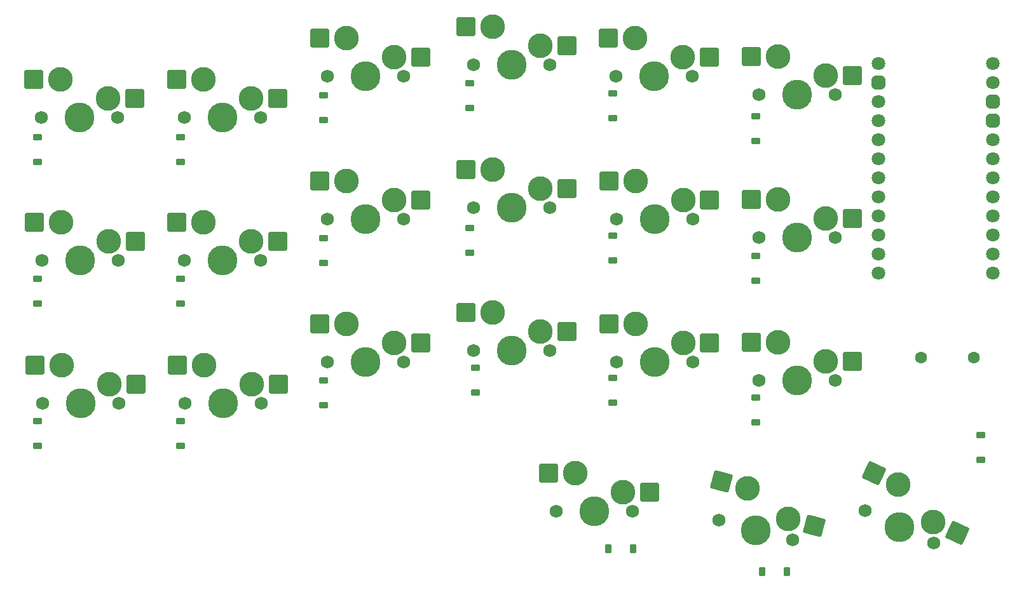
<source format=gbr>
%TF.GenerationSoftware,KiCad,Pcbnew,8.0.1*%
%TF.CreationDate,2024-05-26T01:43:18+02:00*%
%TF.ProjectId,KeyboardTest2_right,4b657962-6f61-4726-9454-657374325f72,rev?*%
%TF.SameCoordinates,Original*%
%TF.FileFunction,Soldermask,Top*%
%TF.FilePolarity,Negative*%
%FSLAX46Y46*%
G04 Gerber Fmt 4.6, Leading zero omitted, Abs format (unit mm)*
G04 Created by KiCad (PCBNEW 8.0.1) date 2024-05-26 01:43:18*
%MOMM*%
%LPD*%
G01*
G04 APERTURE LIST*
G04 Aperture macros list*
%AMRoundRect*
0 Rectangle with rounded corners*
0 $1 Rounding radius*
0 $2 $3 $4 $5 $6 $7 $8 $9 X,Y pos of 4 corners*
0 Add a 4 corners polygon primitive as box body*
4,1,4,$2,$3,$4,$5,$6,$7,$8,$9,$2,$3,0*
0 Add four circle primitives for the rounded corners*
1,1,$1+$1,$2,$3*
1,1,$1+$1,$4,$5*
1,1,$1+$1,$6,$7*
1,1,$1+$1,$8,$9*
0 Add four rect primitives between the rounded corners*
20,1,$1+$1,$2,$3,$4,$5,0*
20,1,$1+$1,$4,$5,$6,$7,0*
20,1,$1+$1,$6,$7,$8,$9,0*
20,1,$1+$1,$8,$9,$2,$3,0*%
G04 Aperture macros list end*
%ADD10C,1.750000*%
%ADD11C,3.987800*%
%ADD12C,3.300000*%
%ADD13RoundRect,0.250000X-1.025000X-1.000000X1.025000X-1.000000X1.025000X1.000000X-1.025000X1.000000X0*%
%ADD14RoundRect,0.225000X0.375000X-0.225000X0.375000X0.225000X-0.375000X0.225000X-0.375000X-0.225000X0*%
%ADD15RoundRect,0.225000X0.225000X0.375000X-0.225000X0.375000X-0.225000X-0.375000X0.225000X-0.375000X0*%
%ADD16RoundRect,0.250000X-1.248893X-0.700636X0.731255X-1.231215X1.248893X0.700636X-0.731255X1.231215X0*%
%ADD17RoundRect,0.225000X-0.375000X0.225000X-0.375000X-0.225000X0.375000X-0.225000X0.375000X0.225000X0*%
%ADD18RoundRect,0.250000X-1.351584X-0.473124X0.506347X-1.339492X1.351584X0.473124X-0.506347X1.339492X0*%
%ADD19C,1.600000*%
%ADD20C,1.800000*%
%ADD21RoundRect,0.450000X0.450000X0.450000X-0.450000X0.450000X-0.450000X-0.450000X0.450000X-0.450000X0*%
G04 APERTURE END LIST*
D10*
%TO.C,MX15*%
X96931274Y-66532746D03*
D11*
X102011274Y-66532746D03*
D10*
X107091274Y-66532746D03*
D12*
X105821274Y-63992746D03*
D13*
X109371274Y-63992746D03*
X95921274Y-61452746D03*
D12*
X99471274Y-61452746D03*
%TD*%
D10*
%TO.C,MX13*%
X134917588Y-70550215D03*
D11*
X139997588Y-70550215D03*
D10*
X145077588Y-70550215D03*
D12*
X143807588Y-68010215D03*
D13*
X147357588Y-68010215D03*
X133907588Y-65470215D03*
D12*
X137457588Y-65470215D03*
%TD*%
D10*
%TO.C,MX17*%
X58440747Y-73557919D03*
D11*
X63520747Y-73557919D03*
D10*
X68600747Y-73557919D03*
D12*
X67330747Y-71017919D03*
D13*
X70880747Y-71017919D03*
X57430747Y-68477919D03*
D12*
X60980747Y-68477919D03*
%TD*%
D10*
%TO.C,MX14*%
X115916637Y-68100511D03*
D11*
X120996637Y-68100511D03*
D10*
X126076637Y-68100511D03*
D12*
X124806637Y-65560511D03*
D13*
X128356637Y-65560511D03*
X114906637Y-63020511D03*
D12*
X118456637Y-63020511D03*
%TD*%
D14*
%TO.C,D12*%
X38805901Y-60267488D03*
X38805901Y-56967488D03*
%TD*%
D10*
%TO.C,MX10*%
X77402680Y-49038478D03*
D11*
X82482680Y-49038478D03*
D10*
X87562680Y-49038478D03*
D12*
X86292680Y-46498478D03*
D13*
X89842680Y-46498478D03*
X76392680Y-43958478D03*
D12*
X79942680Y-43958478D03*
%TD*%
D10*
%TO.C,MX2*%
X115897651Y-29958105D03*
D11*
X120977651Y-29958105D03*
D10*
X126057651Y-29958105D03*
D12*
X124787651Y-27418105D03*
D13*
X128337651Y-27418105D03*
X114887651Y-24878105D03*
D12*
X118437651Y-24878105D03*
%TD*%
D10*
%TO.C,MX11*%
X58420000Y-54500000D03*
D11*
X63500000Y-54500000D03*
D10*
X68580000Y-54500000D03*
D12*
X67310000Y-51960000D03*
D13*
X70860000Y-51960000D03*
X57410000Y-49420000D03*
D12*
X60960000Y-49420000D03*
%TD*%
D14*
%TO.C,D1*%
X134493512Y-38593893D03*
X134493512Y-35293893D03*
%TD*%
%TO.C,D2*%
X115437651Y-35528105D03*
X115437651Y-32228105D03*
%TD*%
D10*
%TO.C,MX16*%
X77463105Y-68063757D03*
D11*
X82543105Y-68063757D03*
D10*
X87623105Y-68063757D03*
D12*
X86353105Y-65523757D03*
D13*
X89903105Y-65523757D03*
X76453105Y-62983757D03*
D12*
X80003105Y-62983757D03*
%TD*%
D15*
%TO.C,D20*%
X138650000Y-96000000D03*
X135350000Y-96000000D03*
%TD*%
D14*
%TO.C,D16*%
X76902680Y-73838478D03*
X76902680Y-70538478D03*
%TD*%
D10*
%TO.C,MX18*%
X39470654Y-73557919D03*
D11*
X44550654Y-73557919D03*
D10*
X49630654Y-73557919D03*
D12*
X48360654Y-71017919D03*
D13*
X51910654Y-71017919D03*
X38460654Y-68477919D03*
D12*
X42010654Y-68477919D03*
%TD*%
D14*
%TO.C,D7*%
X134493512Y-57243893D03*
X134493512Y-53943893D03*
%TD*%
D10*
%TO.C,MX3*%
X96901481Y-28429484D03*
D11*
X101981481Y-28429484D03*
D10*
X107061481Y-28429484D03*
D12*
X105791481Y-25889484D03*
D13*
X109341481Y-25889484D03*
X95891481Y-23349484D03*
D12*
X99441481Y-23349484D03*
%TD*%
D10*
%TO.C,MX5*%
X58395405Y-35462351D03*
D11*
X63475405Y-35462351D03*
D10*
X68555405Y-35462351D03*
D12*
X67285405Y-32922351D03*
D13*
X70835405Y-32922351D03*
X57385405Y-30382351D03*
D12*
X60935405Y-30382351D03*
%TD*%
D14*
%TO.C,D10*%
X76902680Y-54838478D03*
X76902680Y-51538478D03*
%TD*%
%TO.C,D14*%
X115437651Y-73528105D03*
X115437651Y-70228105D03*
%TD*%
D10*
%TO.C,MX9*%
X96920000Y-47500000D03*
D11*
X102000000Y-47500000D03*
D10*
X107080000Y-47500000D03*
D12*
X105810000Y-44960000D03*
D13*
X109360000Y-44960000D03*
X95910000Y-42420000D03*
D12*
X99460000Y-42420000D03*
%TD*%
D10*
%TO.C,MX21*%
X107920000Y-88000000D03*
D11*
X113000000Y-88000000D03*
D10*
X118080000Y-88000000D03*
D12*
X116810000Y-85460000D03*
D13*
X120360000Y-85460000D03*
X106910000Y-82920000D03*
D12*
X110460000Y-82920000D03*
%TD*%
D10*
%TO.C,MX4*%
X77420000Y-30000000D03*
D11*
X82500000Y-30000000D03*
D10*
X87580000Y-30000000D03*
D12*
X86310000Y-27460000D03*
D13*
X89860000Y-27460000D03*
X76410000Y-24920000D03*
D12*
X79960000Y-24920000D03*
%TD*%
D10*
%TO.C,MX1*%
X134913512Y-32443893D03*
D11*
X139993512Y-32443893D03*
D10*
X145073512Y-32443893D03*
D12*
X143803512Y-29903893D03*
D13*
X147353512Y-29903893D03*
X133903512Y-27363893D03*
D12*
X137453512Y-27363893D03*
%TD*%
D10*
%TO.C,MX6*%
X39365498Y-35492259D03*
D11*
X44445498Y-35492259D03*
D10*
X49525498Y-35492259D03*
D12*
X48255498Y-32952259D03*
D13*
X51805498Y-32952259D03*
X38355498Y-30412259D03*
D12*
X41905498Y-30412259D03*
%TD*%
D14*
%TO.C,D3*%
X96421895Y-34191173D03*
X96421895Y-30891173D03*
%TD*%
D10*
%TO.C,MX12*%
X39420000Y-54500000D03*
D11*
X44500000Y-54500000D03*
D10*
X49580000Y-54500000D03*
D12*
X48310000Y-51960000D03*
D13*
X51860000Y-51960000D03*
X38410000Y-49420000D03*
D12*
X41960000Y-49420000D03*
%TD*%
D15*
%TO.C,D21*%
X118150000Y-93000000D03*
X114850000Y-93000000D03*
%TD*%
D10*
%TO.C,MX7*%
X134920000Y-51500000D03*
D11*
X140000000Y-51500000D03*
D10*
X145080000Y-51500000D03*
D12*
X143810000Y-48960000D03*
D13*
X147360000Y-48960000D03*
X133910000Y-46420000D03*
D12*
X137460000Y-46420000D03*
%TD*%
D10*
%TO.C,MX20*%
X129593097Y-89185200D03*
D11*
X134500000Y-90500000D03*
D10*
X139406903Y-91814800D03*
D12*
X138837578Y-89032649D03*
D16*
X142266615Y-89951457D03*
X129932312Y-84016889D03*
D12*
X133361350Y-84935696D03*
%TD*%
D14*
%TO.C,D4*%
X76902680Y-35838478D03*
X76902680Y-32538478D03*
%TD*%
%TO.C,D18*%
X38805901Y-79267488D03*
X38805901Y-75967488D03*
%TD*%
D17*
%TO.C,D19*%
X164500000Y-77850000D03*
X164500000Y-81150000D03*
%TD*%
D14*
%TO.C,D13*%
X134493512Y-76093893D03*
X134493512Y-72793893D03*
%TD*%
%TO.C,D15*%
X97203984Y-72100737D03*
X97203984Y-68800737D03*
%TD*%
D10*
%TO.C,MX19*%
X149027826Y-87918119D03*
D11*
X153631870Y-90065020D03*
D10*
X158235914Y-92211921D03*
D12*
X158158353Y-89373174D03*
D18*
X161375746Y-90873469D03*
X150259356Y-82887232D03*
D12*
X153476749Y-84387526D03*
%TD*%
D14*
%TO.C,D17*%
X57856947Y-79267488D03*
X57856947Y-75967488D03*
%TD*%
%TO.C,D9*%
X96421895Y-53541173D03*
X96421895Y-50241173D03*
%TD*%
%TO.C,D5*%
X57856947Y-41417488D03*
X57856947Y-38117488D03*
%TD*%
%TO.C,D8*%
X115437651Y-54528105D03*
X115437651Y-51228105D03*
%TD*%
D10*
%TO.C,MX8*%
X115920000Y-49000000D03*
D11*
X121000000Y-49000000D03*
D10*
X126080000Y-49000000D03*
D12*
X124810000Y-46460000D03*
D13*
X128360000Y-46460000D03*
X114910000Y-43920000D03*
D12*
X118460000Y-43920000D03*
%TD*%
D14*
%TO.C,D11*%
X57856947Y-60267488D03*
X57856947Y-56967488D03*
%TD*%
%TO.C,D6*%
X38805901Y-41417488D03*
X38805901Y-38117488D03*
%TD*%
D19*
%TO.C,J1*%
X163500000Y-67500000D03*
X156500000Y-67500000D03*
%TD*%
D20*
%TO.C,J2*%
X166120000Y-28300000D03*
X166120000Y-30840000D03*
D21*
X166120000Y-33380000D03*
X166120000Y-35920000D03*
D20*
X166120000Y-38460000D03*
X166120000Y-41000000D03*
X166120000Y-43540000D03*
X166120000Y-46080000D03*
X166120000Y-48620000D03*
X166120000Y-51160000D03*
X166120000Y-53700000D03*
X166120000Y-56240000D03*
X150880000Y-28300000D03*
D21*
X150880000Y-30840000D03*
D20*
X150880000Y-33380000D03*
X150880000Y-35920000D03*
X150880000Y-38460000D03*
X150880000Y-41000000D03*
X150880000Y-43540000D03*
X150880000Y-46080000D03*
X150880000Y-48620000D03*
X150880000Y-51160000D03*
X150880000Y-53700000D03*
X150880000Y-56240000D03*
%TD*%
M02*

</source>
